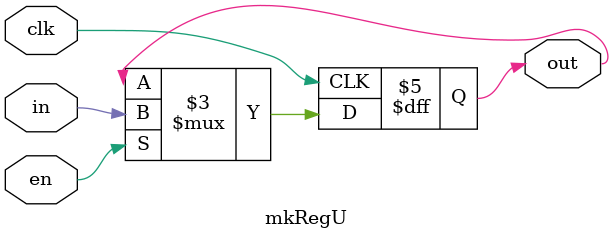
<source format=v>
module mkWire(in, out, en);
  parameter Width = 1;
  input [Width-1:0] in;
  output reg [Width-1:0] out;
  input en;

  initial
    out = {((Width+1))/2{2'b10}};

  always@(*)
    out = in;
endmodule

module mkReg(clk, rst_n, in, out, en);
  parameter Width = 1;
  parameter Init = 0;
  input [Width-1:0] in;
  output reg [Width-1:0] out;
  input en, clk, rst_n;

  initial
    out = {((Width+1))/2{2'b10}};

  always @(posedge clk)
  begin
    if(!rst_n)
      out <= Init;
    else
      if(en)
        out <= in;
  end
endmodule

module mkRegU(clk, in, out, en);
  parameter Width = 1;
  input [Width-1:0] in;
  output reg [Width-1:0] out;
  input en, clk;

  initial
    out = {((Width+1))/2{2'b10}};

  always @(posedge clk)
    if(en)
      out <= in;
endmodule

</source>
